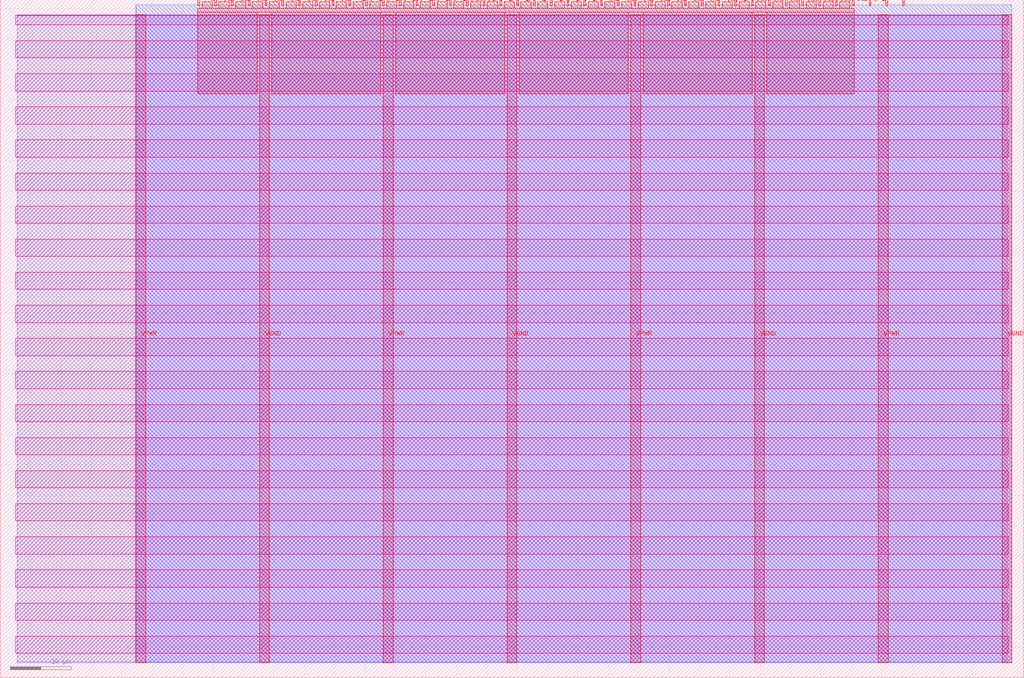
<source format=lef>
VERSION 5.7 ;
  NOWIREEXTENSIONATPIN ON ;
  DIVIDERCHAR "/" ;
  BUSBITCHARS "[]" ;
MACRO tt_um_wokwi_380409488188706817_dup
  CLASS BLOCK ;
  FOREIGN tt_um_wokwi_380409488188706817_dup ;
  ORIGIN 0.000 0.000 ;
  SIZE 168.360 BY 111.520 ;
  PIN VGND
    DIRECTION INOUT ;
    USE GROUND ;
    PORT
      LAYER met4 ;
        RECT 42.670 2.480 44.270 109.040 ;
    END
    PORT
      LAYER met4 ;
        RECT 83.380 2.480 84.980 109.040 ;
    END
    PORT
      LAYER met4 ;
        RECT 124.090 2.480 125.690 109.040 ;
    END
    PORT
      LAYER met4 ;
        RECT 164.800 2.480 166.400 109.040 ;
    END
  END VGND
  PIN VPWR
    DIRECTION INOUT ;
    USE POWER ;
    PORT
      LAYER met4 ;
        RECT 22.315 2.480 23.915 109.040 ;
    END
    PORT
      LAYER met4 ;
        RECT 63.025 2.480 64.625 109.040 ;
    END
    PORT
      LAYER met4 ;
        RECT 103.735 2.480 105.335 109.040 ;
    END
    PORT
      LAYER met4 ;
        RECT 144.445 2.480 146.045 109.040 ;
    END
  END VPWR
  PIN clk
    DIRECTION INPUT ;
    USE SIGNAL ;
    PORT
      LAYER met4 ;
        RECT 145.670 110.520 145.970 111.520 ;
    END
  END clk
  PIN ena
    DIRECTION INPUT ;
    USE SIGNAL ;
    PORT
      LAYER met4 ;
        RECT 148.430 110.520 148.730 111.520 ;
    END
  END ena
  PIN rst_n
    DIRECTION INPUT ;
    USE SIGNAL ;
    PORT
      LAYER met4 ;
        RECT 142.910 110.520 143.210 111.520 ;
    END
  END rst_n
  PIN ui_in[0]
    DIRECTION INPUT ;
    USE SIGNAL ;
    ANTENNAGATEAREA 0.196500 ;
    PORT
      LAYER met4 ;
        RECT 140.150 110.520 140.450 111.520 ;
    END
  END ui_in[0]
  PIN ui_in[1]
    DIRECTION INPUT ;
    USE SIGNAL ;
    ANTENNAGATEAREA 0.196500 ;
    PORT
      LAYER met4 ;
        RECT 137.390 110.520 137.690 111.520 ;
    END
  END ui_in[1]
  PIN ui_in[2]
    DIRECTION INPUT ;
    USE SIGNAL ;
    ANTENNAGATEAREA 0.196500 ;
    PORT
      LAYER met4 ;
        RECT 134.630 110.520 134.930 111.520 ;
    END
  END ui_in[2]
  PIN ui_in[3]
    DIRECTION INPUT ;
    USE SIGNAL ;
    ANTENNAGATEAREA 0.196500 ;
    PORT
      LAYER met4 ;
        RECT 131.870 110.520 132.170 111.520 ;
    END
  END ui_in[3]
  PIN ui_in[4]
    DIRECTION INPUT ;
    USE SIGNAL ;
    ANTENNAGATEAREA 0.196500 ;
    PORT
      LAYER met4 ;
        RECT 129.110 110.520 129.410 111.520 ;
    END
  END ui_in[4]
  PIN ui_in[5]
    DIRECTION INPUT ;
    USE SIGNAL ;
    ANTENNAGATEAREA 0.196500 ;
    PORT
      LAYER met4 ;
        RECT 126.350 110.520 126.650 111.520 ;
    END
  END ui_in[5]
  PIN ui_in[6]
    DIRECTION INPUT ;
    USE SIGNAL ;
    ANTENNAGATEAREA 0.196500 ;
    PORT
      LAYER met4 ;
        RECT 123.590 110.520 123.890 111.520 ;
    END
  END ui_in[6]
  PIN ui_in[7]
    DIRECTION INPUT ;
    USE SIGNAL ;
    ANTENNAGATEAREA 0.196500 ;
    PORT
      LAYER met4 ;
        RECT 120.830 110.520 121.130 111.520 ;
    END
  END ui_in[7]
  PIN uio_in[0]
    DIRECTION INPUT ;
    USE SIGNAL ;
    PORT
      LAYER met4 ;
        RECT 118.070 110.520 118.370 111.520 ;
    END
  END uio_in[0]
  PIN uio_in[1]
    DIRECTION INPUT ;
    USE SIGNAL ;
    PORT
      LAYER met4 ;
        RECT 115.310 110.520 115.610 111.520 ;
    END
  END uio_in[1]
  PIN uio_in[2]
    DIRECTION INPUT ;
    USE SIGNAL ;
    PORT
      LAYER met4 ;
        RECT 112.550 110.520 112.850 111.520 ;
    END
  END uio_in[2]
  PIN uio_in[3]
    DIRECTION INPUT ;
    USE SIGNAL ;
    PORT
      LAYER met4 ;
        RECT 109.790 110.520 110.090 111.520 ;
    END
  END uio_in[3]
  PIN uio_in[4]
    DIRECTION INPUT ;
    USE SIGNAL ;
    PORT
      LAYER met4 ;
        RECT 107.030 110.520 107.330 111.520 ;
    END
  END uio_in[4]
  PIN uio_in[5]
    DIRECTION INPUT ;
    USE SIGNAL ;
    PORT
      LAYER met4 ;
        RECT 104.270 110.520 104.570 111.520 ;
    END
  END uio_in[5]
  PIN uio_in[6]
    DIRECTION INPUT ;
    USE SIGNAL ;
    PORT
      LAYER met4 ;
        RECT 101.510 110.520 101.810 111.520 ;
    END
  END uio_in[6]
  PIN uio_in[7]
    DIRECTION INPUT ;
    USE SIGNAL ;
    PORT
      LAYER met4 ;
        RECT 98.750 110.520 99.050 111.520 ;
    END
  END uio_in[7]
  PIN uio_oe[0]
    DIRECTION OUTPUT TRISTATE ;
    USE SIGNAL ;
    PORT
      LAYER met4 ;
        RECT 51.830 110.520 52.130 111.520 ;
    END
  END uio_oe[0]
  PIN uio_oe[1]
    DIRECTION OUTPUT TRISTATE ;
    USE SIGNAL ;
    PORT
      LAYER met4 ;
        RECT 49.070 110.520 49.370 111.520 ;
    END
  END uio_oe[1]
  PIN uio_oe[2]
    DIRECTION OUTPUT TRISTATE ;
    USE SIGNAL ;
    PORT
      LAYER met4 ;
        RECT 46.310 110.520 46.610 111.520 ;
    END
  END uio_oe[2]
  PIN uio_oe[3]
    DIRECTION OUTPUT TRISTATE ;
    USE SIGNAL ;
    PORT
      LAYER met4 ;
        RECT 43.550 110.520 43.850 111.520 ;
    END
  END uio_oe[3]
  PIN uio_oe[4]
    DIRECTION OUTPUT TRISTATE ;
    USE SIGNAL ;
    PORT
      LAYER met4 ;
        RECT 40.790 110.520 41.090 111.520 ;
    END
  END uio_oe[4]
  PIN uio_oe[5]
    DIRECTION OUTPUT TRISTATE ;
    USE SIGNAL ;
    PORT
      LAYER met4 ;
        RECT 38.030 110.520 38.330 111.520 ;
    END
  END uio_oe[5]
  PIN uio_oe[6]
    DIRECTION OUTPUT TRISTATE ;
    USE SIGNAL ;
    PORT
      LAYER met4 ;
        RECT 35.270 110.520 35.570 111.520 ;
    END
  END uio_oe[6]
  PIN uio_oe[7]
    DIRECTION OUTPUT TRISTATE ;
    USE SIGNAL ;
    PORT
      LAYER met4 ;
        RECT 32.510 110.520 32.810 111.520 ;
    END
  END uio_oe[7]
  PIN uio_out[0]
    DIRECTION OUTPUT TRISTATE ;
    USE SIGNAL ;
    PORT
      LAYER met4 ;
        RECT 73.910 110.520 74.210 111.520 ;
    END
  END uio_out[0]
  PIN uio_out[1]
    DIRECTION OUTPUT TRISTATE ;
    USE SIGNAL ;
    PORT
      LAYER met4 ;
        RECT 71.150 110.520 71.450 111.520 ;
    END
  END uio_out[1]
  PIN uio_out[2]
    DIRECTION OUTPUT TRISTATE ;
    USE SIGNAL ;
    PORT
      LAYER met4 ;
        RECT 68.390 110.520 68.690 111.520 ;
    END
  END uio_out[2]
  PIN uio_out[3]
    DIRECTION OUTPUT TRISTATE ;
    USE SIGNAL ;
    PORT
      LAYER met4 ;
        RECT 65.630 110.520 65.930 111.520 ;
    END
  END uio_out[3]
  PIN uio_out[4]
    DIRECTION OUTPUT TRISTATE ;
    USE SIGNAL ;
    PORT
      LAYER met4 ;
        RECT 62.870 110.520 63.170 111.520 ;
    END
  END uio_out[4]
  PIN uio_out[5]
    DIRECTION OUTPUT TRISTATE ;
    USE SIGNAL ;
    PORT
      LAYER met4 ;
        RECT 60.110 110.520 60.410 111.520 ;
    END
  END uio_out[5]
  PIN uio_out[6]
    DIRECTION OUTPUT TRISTATE ;
    USE SIGNAL ;
    PORT
      LAYER met4 ;
        RECT 57.350 110.520 57.650 111.520 ;
    END
  END uio_out[6]
  PIN uio_out[7]
    DIRECTION OUTPUT TRISTATE ;
    USE SIGNAL ;
    PORT
      LAYER met4 ;
        RECT 54.590 110.520 54.890 111.520 ;
    END
  END uio_out[7]
  PIN uo_out[0]
    DIRECTION OUTPUT TRISTATE ;
    USE SIGNAL ;
    ANTENNADIFFAREA 0.795200 ;
    PORT
      LAYER met4 ;
        RECT 95.990 110.520 96.290 111.520 ;
    END
  END uo_out[0]
  PIN uo_out[1]
    DIRECTION OUTPUT TRISTATE ;
    USE SIGNAL ;
    ANTENNADIFFAREA 0.795200 ;
    PORT
      LAYER met4 ;
        RECT 93.230 110.520 93.530 111.520 ;
    END
  END uo_out[1]
  PIN uo_out[2]
    DIRECTION OUTPUT TRISTATE ;
    USE SIGNAL ;
    ANTENNADIFFAREA 0.795200 ;
    PORT
      LAYER met4 ;
        RECT 90.470 110.520 90.770 111.520 ;
    END
  END uo_out[2]
  PIN uo_out[3]
    DIRECTION OUTPUT TRISTATE ;
    USE SIGNAL ;
    ANTENNADIFFAREA 0.795200 ;
    PORT
      LAYER met4 ;
        RECT 87.710 110.520 88.010 111.520 ;
    END
  END uo_out[3]
  PIN uo_out[4]
    DIRECTION OUTPUT TRISTATE ;
    USE SIGNAL ;
    PORT
      LAYER met4 ;
        RECT 84.950 110.520 85.250 111.520 ;
    END
  END uo_out[4]
  PIN uo_out[5]
    DIRECTION OUTPUT TRISTATE ;
    USE SIGNAL ;
    PORT
      LAYER met4 ;
        RECT 82.190 110.520 82.490 111.520 ;
    END
  END uo_out[5]
  PIN uo_out[6]
    DIRECTION OUTPUT TRISTATE ;
    USE SIGNAL ;
    PORT
      LAYER met4 ;
        RECT 79.430 110.520 79.730 111.520 ;
    END
  END uo_out[6]
  PIN uo_out[7]
    DIRECTION OUTPUT TRISTATE ;
    USE SIGNAL ;
    PORT
      LAYER met4 ;
        RECT 76.670 110.520 76.970 111.520 ;
    END
  END uo_out[7]
  OBS
      LAYER nwell ;
        RECT 2.570 107.385 165.790 108.990 ;
        RECT 2.570 101.945 165.790 104.775 ;
        RECT 2.570 96.505 165.790 99.335 ;
        RECT 2.570 91.065 165.790 93.895 ;
        RECT 2.570 85.625 165.790 88.455 ;
        RECT 2.570 80.185 165.790 83.015 ;
        RECT 2.570 74.745 165.790 77.575 ;
        RECT 2.570 69.305 165.790 72.135 ;
        RECT 2.570 63.865 165.790 66.695 ;
        RECT 2.570 58.425 165.790 61.255 ;
        RECT 2.570 52.985 165.790 55.815 ;
        RECT 2.570 47.545 165.790 50.375 ;
        RECT 2.570 42.105 165.790 44.935 ;
        RECT 2.570 36.665 165.790 39.495 ;
        RECT 2.570 31.225 165.790 34.055 ;
        RECT 2.570 25.785 165.790 28.615 ;
        RECT 2.570 20.345 165.790 23.175 ;
        RECT 2.570 14.905 165.790 17.735 ;
        RECT 2.570 9.465 165.790 12.295 ;
        RECT 2.570 4.025 165.790 6.855 ;
      LAYER li1 ;
        RECT 2.760 2.635 165.600 108.885 ;
      LAYER met1 ;
        RECT 2.760 2.480 166.400 109.040 ;
      LAYER met2 ;
        RECT 22.345 2.535 166.370 110.685 ;
      LAYER met3 ;
        RECT 22.325 2.555 166.390 110.665 ;
      LAYER met4 ;
        RECT 33.210 110.120 34.870 111.170 ;
        RECT 35.970 110.120 37.630 111.170 ;
        RECT 38.730 110.120 40.390 111.170 ;
        RECT 41.490 110.120 43.150 111.170 ;
        RECT 44.250 110.120 45.910 111.170 ;
        RECT 47.010 110.120 48.670 111.170 ;
        RECT 49.770 110.120 51.430 111.170 ;
        RECT 52.530 110.120 54.190 111.170 ;
        RECT 55.290 110.120 56.950 111.170 ;
        RECT 58.050 110.120 59.710 111.170 ;
        RECT 60.810 110.120 62.470 111.170 ;
        RECT 63.570 110.120 65.230 111.170 ;
        RECT 66.330 110.120 67.990 111.170 ;
        RECT 69.090 110.120 70.750 111.170 ;
        RECT 71.850 110.120 73.510 111.170 ;
        RECT 74.610 110.120 76.270 111.170 ;
        RECT 77.370 110.120 79.030 111.170 ;
        RECT 80.130 110.120 81.790 111.170 ;
        RECT 82.890 110.120 84.550 111.170 ;
        RECT 85.650 110.120 87.310 111.170 ;
        RECT 88.410 110.120 90.070 111.170 ;
        RECT 91.170 110.120 92.830 111.170 ;
        RECT 93.930 110.120 95.590 111.170 ;
        RECT 96.690 110.120 98.350 111.170 ;
        RECT 99.450 110.120 101.110 111.170 ;
        RECT 102.210 110.120 103.870 111.170 ;
        RECT 104.970 110.120 106.630 111.170 ;
        RECT 107.730 110.120 109.390 111.170 ;
        RECT 110.490 110.120 112.150 111.170 ;
        RECT 113.250 110.120 114.910 111.170 ;
        RECT 116.010 110.120 117.670 111.170 ;
        RECT 118.770 110.120 120.430 111.170 ;
        RECT 121.530 110.120 123.190 111.170 ;
        RECT 124.290 110.120 125.950 111.170 ;
        RECT 127.050 110.120 128.710 111.170 ;
        RECT 129.810 110.120 131.470 111.170 ;
        RECT 132.570 110.120 134.230 111.170 ;
        RECT 135.330 110.120 136.990 111.170 ;
        RECT 138.090 110.120 139.750 111.170 ;
        RECT 32.495 109.440 140.465 110.120 ;
        RECT 32.495 96.055 42.270 109.440 ;
        RECT 44.670 96.055 62.625 109.440 ;
        RECT 65.025 96.055 82.980 109.440 ;
        RECT 85.380 96.055 103.335 109.440 ;
        RECT 105.735 96.055 123.690 109.440 ;
        RECT 126.090 96.055 140.465 109.440 ;
  END
END tt_um_wokwi_380409488188706817_dup
END LIBRARY


</source>
